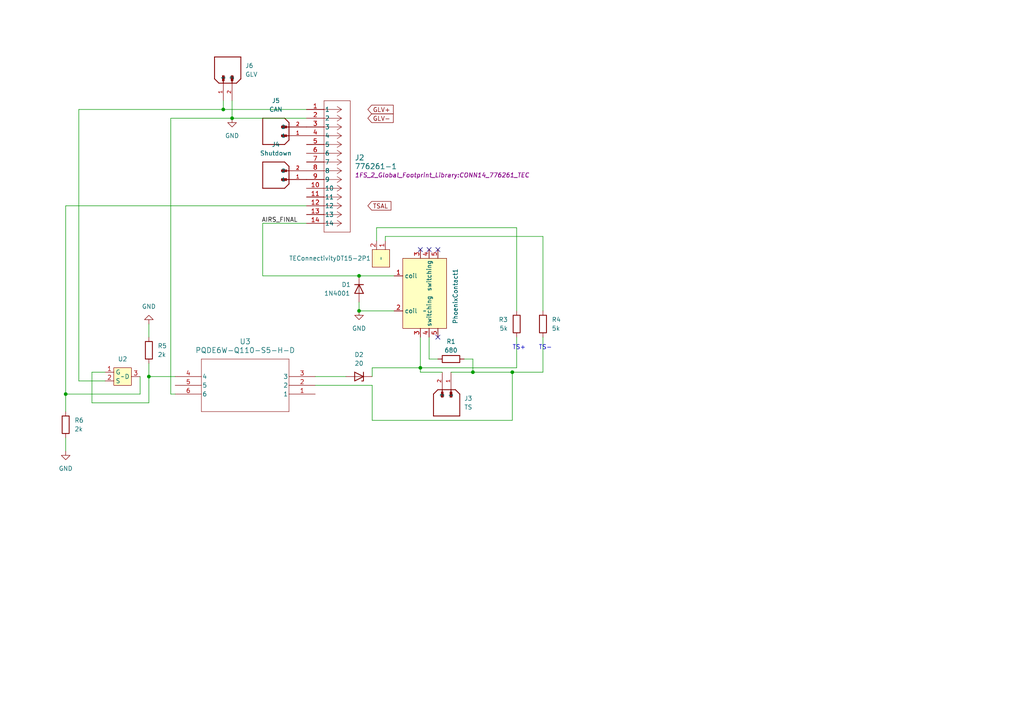
<source format=kicad_sch>
(kicad_sch (version 20230121) (generator eeschema)
  (paper "A4")
  (lib_symbols
    (symbol "1FS_2_Global_Symbol_Library:776261-1" (pin_names (offset 0.254))
      (property "Reference" "J" (at 8.89 6.35 0))
      (property "Value" "776261-1" (at 0 0 0))
      (property "Footprint" "1FS_2_Global_Footprint_Library:CONN14_776261_TEC" (at 0 0 0))
      (symbol "776261-1_1_1"
        (polyline (pts (xy 5.08 -35.56) (xy 12.7 -35.56)) (stroke (width 0.127)))
        (polyline (pts (xy 5.08 2.54) (xy 5.08 -35.56)) (stroke (width 0.127)))
        (polyline (pts (xy 10.16 -33.02) (xy 5.08 -33.02)) (stroke (width 0.127)))
        (polyline (pts (xy 10.16 -33.02) (xy 8.89 -33.8667)) (stroke (width 0.127)))
        (polyline (pts (xy 10.16 -33.02) (xy 8.89 -32.1733)) (stroke (width 0.127)))
        (polyline (pts (xy 10.16 -30.48) (xy 5.08 -30.48)) (stroke (width 0.127)))
        (polyline (pts (xy 10.16 -30.48) (xy 8.89 -31.3267)) (stroke (width 0.127)))
        (polyline (pts (xy 10.16 -30.48) (xy 8.89 -29.6333)) (stroke (width 0.127)))
        (polyline (pts (xy 10.16 -27.94) (xy 5.08 -27.94)) (stroke (width 0.127)))
        (polyline (pts (xy 10.16 -27.94) (xy 8.89 -28.7867)) (stroke (width 0.127)))
        (polyline (pts (xy 10.16 -27.94) (xy 8.89 -27.0933)) (stroke (width 0.127)))
        (polyline (pts (xy 10.16 -25.4) (xy 5.08 -25.4)) (stroke (width 0.127)))
        (polyline (pts (xy 10.16 -25.4) (xy 8.89 -26.2467)) (stroke (width 0.127)))
        (polyline (pts (xy 10.16 -25.4) (xy 8.89 -24.5533)) (stroke (width 0.127)))
        (polyline (pts (xy 10.16 -22.86) (xy 5.08 -22.86)) (stroke (width 0.127)))
        (polyline (pts (xy 10.16 -22.86) (xy 8.89 -23.7067)) (stroke (width 0.127)))
        (polyline (pts (xy 10.16 -22.86) (xy 8.89 -22.0133)) (stroke (width 0.127)))
        (polyline (pts (xy 10.16 -20.32) (xy 5.08 -20.32)) (stroke (width 0.127)))
        (polyline (pts (xy 10.16 -20.32) (xy 8.89 -21.1667)) (stroke (width 0.127)))
        (polyline (pts (xy 10.16 -20.32) (xy 8.89 -19.4733)) (stroke (width 0.127)))
        (polyline (pts (xy 10.16 -17.78) (xy 5.08 -17.78)) (stroke (width 0.127)))
        (polyline (pts (xy 10.16 -17.78) (xy 8.89 -18.6267)) (stroke (width 0.127)))
        (polyline (pts (xy 10.16 -17.78) (xy 8.89 -16.9333)) (stroke (width 0.127)))
        (polyline (pts (xy 10.16 -15.24) (xy 5.08 -15.24)) (stroke (width 0.127)))
        (polyline (pts (xy 10.16 -15.24) (xy 8.89 -16.0867)) (stroke (width 0.127)))
        (polyline (pts (xy 10.16 -15.24) (xy 8.89 -14.3933)) (stroke (width 0.127)))
        (polyline (pts (xy 10.16 -12.7) (xy 5.08 -12.7)) (stroke (width 0.127)))
        (polyline (pts (xy 10.16 -12.7) (xy 8.89 -13.5467)) (stroke (width 0.127)))
        (polyline (pts (xy 10.16 -12.7) (xy 8.89 -11.8533)) (stroke (width 0.127)))
        (polyline (pts (xy 10.16 -10.16) (xy 5.08 -10.16)) (stroke (width 0.127)))
        (polyline (pts (xy 10.16 -10.16) (xy 8.89 -11.0067)) (stroke (width 0.127)))
        (polyline (pts (xy 10.16 -10.16) (xy 8.89 -9.3133)) (stroke (width 0.127)))
        (polyline (pts (xy 10.16 -7.62) (xy 5.08 -7.62)) (stroke (width 0.127)))
        (polyline (pts (xy 10.16 -7.62) (xy 8.89 -8.4667)) (stroke (width 0.127)))
        (polyline (pts (xy 10.16 -7.62) (xy 8.89 -6.7733)) (stroke (width 0.127)))
        (polyline (pts (xy 10.16 -5.08) (xy 5.08 -5.08)) (stroke (width 0.127)))
        (polyline (pts (xy 10.16 -5.08) (xy 8.89 -5.9267)) (stroke (width 0.127)))
        (polyline (pts (xy 10.16 -5.08) (xy 8.89 -4.2333)) (stroke (width 0.127)))
        (polyline (pts (xy 10.16 -2.54) (xy 5.08 -2.54)) (stroke (width 0.127)))
        (polyline (pts (xy 10.16 -2.54) (xy 8.89 -3.3867)) (stroke (width 0.127)))
        (polyline (pts (xy 10.16 -2.54) (xy 8.89 -1.6933)) (stroke (width 0.127)))
        (polyline (pts (xy 10.16 0) (xy 5.08 0)) (stroke (width 0.127)))
        (polyline (pts (xy 10.16 0) (xy 8.89 -0.8467)) (stroke (width 0.127)))
        (polyline (pts (xy 10.16 0) (xy 8.89 0.8467)) (stroke (width 0.127)))
        (polyline (pts (xy 12.7 -35.56) (xy 12.7 2.54)) (stroke (width 0.127)))
        (polyline (pts (xy 12.7 2.54) (xy 5.08 2.54)) (stroke (width 0.127)))
        (pin unspecified line (at 0 0 0) (length 5.08) (name "1") (number "1"))
        (pin unspecified line (at 0 -22.86 0) (length 5.08) (name "10") (number "10"))
        (pin unspecified line (at 0 -25.4 0) (length 5.08) (name "11") (number "11"))
        (pin unspecified line (at 0 -27.94 0) (length 5.08) (name "12") (number "12"))
        (pin unspecified line (at 0 -30.48 0) (length 5.08) (name "13") (number "13"))
        (pin unspecified line (at 0 -33.02 0) (length 5.08) (name "14") (number "14"))
        (pin unspecified line (at 0 -2.54 0) (length 5.08) (name "2") (number "2"))
        (pin unspecified line (at 0 -5.08 0) (length 5.08) (name "3") (number "3"))
        (pin unspecified line (at 0 -7.62 0) (length 5.08) (name "4") (number "4"))
        (pin unspecified line (at 0 -10.16 0) (length 5.08) (name "5") (number "5"))
        (pin unspecified line (at 0 -12.7 0) (length 5.08) (name "6") (number "6"))
        (pin unspecified line (at 0 -15.24 0) (length 5.08) (name "7") (number "7"))
        (pin unspecified line (at 0 -17.78 0) (length 5.08) (name "8") (number "8"))
        (pin unspecified line (at 0 -20.32 0) (length 5.08) (name "9") (number "9"))
      )
      (symbol "776261-1_1_2"
        (polyline (pts (xy 5.08 -35.56) (xy 12.7 -35.56)) (stroke (width 0.127)))
        (polyline (pts (xy 5.08 2.54) (xy 5.08 -35.56)) (stroke (width 0.127)))
        (polyline (pts (xy 7.62 -33.02) (xy 5.08 -33.02)) (stroke (width 0.127)))
        (polyline (pts (xy 7.62 -33.02) (xy 8.89 -33.8667)) (stroke (width 0.127)))
        (polyline (pts (xy 7.62 -33.02) (xy 8.89 -32.1733)) (stroke (width 0.127)))
        (polyline (pts (xy 7.62 -30.48) (xy 5.08 -30.48)) (stroke (width 0.127)))
        (polyline (pts (xy 7.62 -30.48) (xy 8.89 -31.3267)) (stroke (width 0.127)))
        (polyline (pts (xy 7.62 -30.48) (xy 8.89 -29.6333)) (stroke (width 0.127)))
        (polyline (pts (xy 7.62 -27.94) (xy 5.08 -27.94)) (stroke (width 0.127)))
        (polyline (pts (xy 7.62 -27.94) (xy 8.89 -28.7867)) (stroke (width 0.127)))
        (polyline (pts (xy 7.62 -27.94) (xy 8.89 -27.0933)) (stroke (width 0.127)))
        (polyline (pts (xy 7.62 -25.4) (xy 5.08 -25.4)) (stroke (width 0.127)))
        (polyline (pts (xy 7.62 -25.4) (xy 8.89 -26.2467)) (stroke (width 0.127)))
        (polyline (pts (xy 7.62 -25.4) (xy 8.89 -24.5533)) (stroke (width 0.127)))
        (polyline (pts (xy 7.62 -22.86) (xy 5.08 -22.86)) (stroke (width 0.127)))
        (polyline (pts (xy 7.62 -22.86) (xy 8.89 -23.7067)) (stroke (width 0.127)))
        (polyline (pts (xy 7.62 -22.86) (xy 8.89 -22.0133)) (stroke (width 0.127)))
        (polyline (pts (xy 7.62 -20.32) (xy 5.08 -20.32)) (stroke (width 0.127)))
        (polyline (pts (xy 7.62 -20.32) (xy 8.89 -21.1667)) (stroke (width 0.127)))
        (polyline (pts (xy 7.62 -20.32) (xy 8.89 -19.4733)) (stroke (width 0.127)))
        (polyline (pts (xy 7.62 -17.78) (xy 5.08 -17.78)) (stroke (width 0.127)))
        (polyline (pts (xy 7.62 -17.78) (xy 8.89 -18.6267)) (stroke (width 0.127)))
        (polyline (pts (xy 7.62 -17.78) (xy 8.89 -16.9333)) (stroke (width 0.127)))
        (polyline (pts (xy 7.62 -15.24) (xy 5.08 -15.24)) (stroke (width 0.127)))
        (polyline (pts (xy 7.62 -15.24) (xy 8.89 -16.0867)) (stroke (width 0.127)))
        (polyline (pts (xy 7.62 -15.24) (xy 8.89 -14.3933)) (stroke (width 0.127)))
        (polyline (pts (xy 7.62 -12.7) (xy 5.08 -12.7)) (stroke (width 0.127)))
        (polyline (pts (xy 7.62 -12.7) (xy 8.89 -13.5467)) (stroke (width 0.127)))
        (polyline (pts (xy 7.62 -12.7) (xy 8.89 -11.8533)) (stroke (width 0.127)))
        (polyline (pts (xy 7.62 -10.16) (xy 5.08 -10.16)) (stroke (width 0.127)))
        (polyline (pts (xy 7.62 -10.16) (xy 8.89 -11.0067)) (stroke (width 0.127)))
        (polyline (pts (xy 7.62 -10.16) (xy 8.89 -9.3133)) (stroke (width 0.127)))
        (polyline (pts (xy 7.62 -7.62) (xy 5.08 -7.62)) (stroke (width 0.127)))
        (polyline (pts (xy 7.62 -7.62) (xy 8.89 -8.4667)) (stroke (width 0.127)))
        (polyline (pts (xy 7.62 -7.62) (xy 8.89 -6.7733)) (stroke (width 0.127)))
        (polyline (pts (xy 7.62 -5.08) (xy 5.08 -5.08)) (stroke (width 0.127)))
        (polyline (pts (xy 7.62 -5.08) (xy 8.89 -5.9267)) (stroke (width 0.127)))
        (polyline (pts (xy 7.62 -5.08) (xy 8.89 -4.2333)) (stroke (width 0.127)))
        (polyline (pts (xy 7.62 -2.54) (xy 5.08 -2.54)) (stroke (width 0.127)))
        (polyline (pts (xy 7.62 -2.54) (xy 8.89 -3.3867)) (stroke (width 0.127)))
        (polyline (pts (xy 7.62 -2.54) (xy 8.89 -1.6933)) (stroke (width 0.127)))
        (polyline (pts (xy 7.62 0) (xy 5.08 0)) (stroke (width 0.127)))
        (polyline (pts (xy 7.62 0) (xy 8.89 -0.8467)) (stroke (width 0.127)))
        (polyline (pts (xy 7.62 0) (xy 8.89 0.8467)) (stroke (width 0.127)))
        (polyline (pts (xy 12.7 -35.56) (xy 12.7 2.54)) (stroke (width 0.127)))
        (polyline (pts (xy 12.7 2.54) (xy 5.08 2.54)) (stroke (width 0.127)))
        (pin unspecified line (at 0 0 0) (length 5.08) (name "1") (number "1"))
        (pin unspecified line (at 0 -22.86 0) (length 5.08) (name "10") (number "10"))
        (pin unspecified line (at 0 -25.4 0) (length 5.08) (name "11") (number "11"))
        (pin unspecified line (at 0 -27.94 0) (length 5.08) (name "12") (number "12"))
        (pin unspecified line (at 0 -30.48 0) (length 5.08) (name "13") (number "13"))
        (pin unspecified line (at 0 -33.02 0) (length 5.08) (name "14") (number "14"))
        (pin unspecified line (at 0 -2.54 0) (length 5.08) (name "2") (number "2"))
        (pin unspecified line (at 0 -5.08 0) (length 5.08) (name "3") (number "3"))
        (pin unspecified line (at 0 -7.62 0) (length 5.08) (name "4") (number "4"))
        (pin unspecified line (at 0 -10.16 0) (length 5.08) (name "5") (number "5"))
        (pin unspecified line (at 0 -12.7 0) (length 5.08) (name "6") (number "6"))
        (pin unspecified line (at 0 -15.24 0) (length 5.08) (name "7") (number "7"))
        (pin unspecified line (at 0 -17.78 0) (length 5.08) (name "8") (number "8"))
        (pin unspecified line (at 0 -20.32 0) (length 5.08) (name "9") (number "9"))
      )
    )
    (symbol "1FS_2_Global_Symbol_Library:PQDE6W-Q110-S5-H-D" (pin_names (offset 0.254))
      (property "Reference" "U" (at 20.32 10.16 0))
      (property "Value" "PQDE6W-Q110-S5-H-D" (at 20.32 7.62 0))
      (symbol "PQDE6W-Q110-S5-H-D_0_1"
        (polyline (pts (xy 7.62 -10.16) (xy 33.02 -10.16)) (stroke (width 0.127)))
        (polyline (pts (xy 7.62 5.08) (xy 7.62 -10.16)) (stroke (width 0.127)))
        (polyline (pts (xy 33.02 -10.16) (xy 33.02 5.08)) (stroke (width 0.127)))
        (polyline (pts (xy 33.02 5.08) (xy 7.62 5.08)) (stroke (width 0.127)))
        (pin unspecified line (at 0 0 0) (length 7.62) (name "1") (number "1"))
        (pin unspecified line (at 0 -2.54 0) (length 7.62) (name "2") (number "2"))
        (pin unspecified line (at 0 -5.08 0) (length 7.62) (name "3") (number "3"))
        (pin unspecified line (at 40.64 -5.08 180) (length 7.62) (name "4") (number "4"))
        (pin unspecified line (at 40.64 -2.54 180) (length 7.62) (name "5") (number "5"))
        (pin unspecified line (at 40.64 0 180) (length 7.62) (name "6") (number "6"))
      )
    )
    (symbol "Device:D_Zener" (pin_numbers hide) (pin_names (offset 1.016) hide)
      (property "Reference" "D" (at 0 2.54 0))
      (property "Value" "D_Zener" (at 0 -2.54 0))
      (symbol "D_Zener_0_1"
        (polyline (pts (xy 1.27 0) (xy -1.27 0)))
        (polyline (pts (xy -1.27 -1.27) (xy -1.27 1.27) (xy -0.762 1.27)) (stroke (width 0.254)))
        (polyline (pts (xy 1.27 -1.27) (xy 1.27 1.27) (xy -1.27 0) (xy 1.27 -1.27)) (stroke (width 0.254)))
      )
      (symbol "D_Zener_1_1"
        (pin passive line (at -3.81 0 0) (length 2.54) (name "K") (number "1"))
        (pin passive line (at 3.81 0 180) (length 2.54) (name "A") (number "2"))
      )
    )
    (symbol "Device:R" (pin_numbers hide) (pin_names (offset 0))
      (property "Reference" "R" (at 2.032 0 90))
      (property "Value" "R" (at 0 0 90))
      (symbol "R_0_1"
        (rectangle (start -1.016 -2.54) (end 1.016 2.54) (stroke (width 0.254)))
      )
      (symbol "R_1_1"
        (pin passive line (at 0 3.81 270) (length 1.27) (name "~") (number "1"))
        (pin passive line (at 0 -3.81 90) (length 1.27) (name "~") (number "2"))
      )
    )
    (symbol "Diode:1N4001" (pin_numbers hide) (pin_names hide)
      (property "Reference" "D" (at 0 2.54 0))
      (property "Value" "1N4001" (at 0 -2.54 0))
      (symbol "1N4001_0_1"
        (polyline (pts (xy -1.27 1.27) (xy -1.27 -1.27)) (stroke (width 0.254)))
        (polyline (pts (xy 1.27 0) (xy -1.27 0)))
        (polyline (pts (xy 1.27 1.27) (xy 1.27 -1.27) (xy -1.27 0) (xy 1.27 1.27)) (stroke (width 0.254)))
      )
      (symbol "1N4001_1_1"
        (pin passive line (at -3.81 0 0) (length 2.54) (name "K") (number "1"))
        (pin passive line (at 3.81 0 180) (length 2.54) (name "A") (number "2"))
      )
    )
    (symbol "Discharge:2961309"
      (property "Reference" "PhoenixContact1" (at -8.89 -8.89 0))
      (property "Value" "~" (at -5.08 2.54 90))
      (symbol "2961309_1_1"
        (rectangle (start 10.16 8.89) (end -10.16 -3.81) (fill (type background)))
        (pin passive line (at 5.08 11.43 270) (length 2.54) (name "coil") (number "1"))
        (pin passive line (at -5.08 11.43 270) (length 2.54) (name "coil") (number "2"))
        (pin passive line (at -12.7 3.81 0) (length 2.54) (name "") (number "3"))
        (pin passive line (at 12.7 3.81 180) (length 2.54) (name "") (number "3"))
        (pin passive line (at -12.7 1.27 0) (length 2.54) (name "switching") (number "4"))
        (pin passive line (at 12.7 1.27 180) (length 2.54) (name "switching") (number "4"))
        (pin passive line (at -12.7 -1.27 0) (length 2.54) (name "") (number "5"))
        (pin passive line (at 12.7 -1.27 180) (length 2.54) (name "") (number "5"))
      )
    )
    (symbol "Discharge:TE_Connectivity_DT15-2P"
      (property "Reference" "TEConnectivityDT15-2P" (at 0 5.08 0))
      (symbol "TE_Connectivity_DT15-2P_1_1"
        (rectangle (start -2.54 2.54) (end 2.54 -2.54) (fill (type background)))
        (pin input line (at -5.08 1.27 0) (length 2.54) (name "") (number "1"))
        (pin input line (at -5.08 -1.27 0) (length 2.54) (name "") (number "2"))
      )
    )
    (symbol "New_Library:pmos"
      (property "Reference" "U2" (at 0 5.08 0))
      (property "Value" "~" (at 0 0 0))
      (symbol "pmos_1_1"
        (rectangle (start -2.54 2.54) (end 2.54 -2.54) (fill (type background)))
        (pin unspecified line (at -5.08 1.27 0) (length 2.54) (name "G") (number "1"))
        (pin unspecified line (at -5.08 -1.27 0) (length 2.54) (name "S") (number "2"))
        (pin unspecified line (at 5.08 0 180) (length 2.54) (name "D") (number "3"))
      )
    )
    (symbol "molex_1053091202:1053091202" (pin_names (offset 1.016))
      (property "Reference" "J" (at 0 3.81 0))
      (property "Value" "1053091202" (at 0 -7.62 0))
      (symbol "1053091202_0_0"
        (polyline (pts (xy 0 -3.81) (xy 1.27 -5.08)) (stroke (width 0.254)))
        (polyline (pts (xy 0 -2.54) (xy 1.905 -2.54)) (stroke (width 0.254)))
        (polyline (pts (xy 0 0) (xy 0 -3.81)) (stroke (width 0.254)))
        (polyline (pts (xy 0 0) (xy 1.905 0)) (stroke (width 0.254)))
        (polyline (pts (xy 0 1.27) (xy 0 0)) (stroke (width 0.254)))
        (polyline (pts (xy 0 1.27) (xy 1.27 2.54)) (stroke (width 0.254)))
        (polyline (pts (xy 1.27 -5.08) (xy 7.62 -5.08)) (stroke (width 0.254)))
        (polyline (pts (xy 7.62 -5.08) (xy 7.62 2.54)) (stroke (width 0.254)))
        (polyline (pts (xy 7.62 2.54) (xy 1.27 2.54)) (stroke (width 0.254)))
        (rectangle (start 0.635 -2.8575) (end 2.2225 -2.2225) (stroke (width 0.1)) (fill (type outline)))
        (rectangle (start 0.635 -0.3175) (end 2.2225 0.3175) (stroke (width 0.1)) (fill (type outline)))
        (pin passive line (at -5.08 0 0) (length 5.08) (name "1") (number "1"))
        (pin passive line (at -5.08 -2.54 0) (length 5.08) (name "2") (number "2"))
      )
    )
    (symbol "power:GND" (power) (pin_names (offset 0))
      (property "Value" "GND" (at 0 -3.81 0))
      (symbol "GND_0_1"
        (polyline (pts (xy 0 0) (xy 0 -1.27) (xy 1.27 -1.27) (xy 0 -2.54) (xy -1.27 -1.27) (xy 0 -1.27)))
      )
      (symbol "GND_1_1"
        (pin power_in line (at 0 0 270) (length 0) hide (name "GND") (number "1"))
      )
    )
  )
  (junction (at 137.16 107.95))
  (junction (at 64.77 31.75))
  (junction (at 104.14 90.17))
  (junction (at 67.31 34.29))
  (junction (at 104.14 80.01))
  (junction (at 43.18 109.22))
  (junction (at 148.59 107.95))
  (junction (at 19.05 114.3))
  (junction (at 121.92 106.68))
  (no_connect (at 121.92 72.39))
  (no_connect (at 127 72.39))
  (no_connect (at 127 97.79))
  (no_connect (at 124.46 72.39))
  (wire (pts (xy 19.05 114.3) (xy 19.05 119.38)))
  (wire (pts (xy 43.18 109.22) (xy 50.8 109.22)))
  (wire (pts (xy 148.59 107.95) (xy 157.48 107.95)))
  (wire (pts (xy 43.18 109.22) (xy 43.18 116.84)))
  (wire (pts (xy 107.95 111.76) (xy 107.95 121.92)))
  (wire (pts (xy 19.05 114.3) (xy 40.64 114.3)))
  (wire (pts (xy 107.95 111.76) (xy 91.44 111.76)))
  (wire (pts (xy 111.76 68.58) (xy 111.76 69.85)))
  (wire (pts (xy 64.77 31.75) (xy 88.9 31.75)))
  (wire (pts (xy 22.86 31.75) (xy 64.77 31.75)))
  (wire (pts (xy 49.53 34.29) (xy 67.31 34.29)))
  (wire (pts (xy 148.59 107.95) (xy 148.59 121.92)))
  (wire (pts (xy 67.31 29.21) (xy 67.31 34.29)))
  (wire (pts (xy 91.44 109.22) (xy 100.33 109.22)))
  (wire (pts (xy 76.2 64.77) (xy 76.2 80.01)))
  (wire (pts (xy 149.86 66.04) (xy 149.86 90.17)))
  (wire (pts (xy 121.92 107.95) (xy 128.27 107.95)))
  (wire (pts (xy 19.05 127) (xy 19.05 130.81)))
  (wire (pts (xy 111.76 68.58) (xy 157.48 68.58)))
  (wire (pts (xy 109.22 69.85) (xy 109.22 66.04)))
  (wire (pts (xy 26.67 107.95) (xy 30.48 107.95)))
  (wire (pts (xy 107.95 121.92) (xy 148.59 121.92)))
  (wire (pts (xy 127 104.14) (xy 124.46 104.14)))
  (wire (pts (xy 157.48 97.79) (xy 157.48 107.95)))
  (wire (pts (xy 104.14 90.17) (xy 114.3 90.17)))
  (wire (pts (xy 121.92 97.79) (xy 121.92 106.68)))
  (wire (pts (xy 121.92 106.68) (xy 121.92 107.95)))
  (wire (pts (xy 137.16 107.95) (xy 148.59 107.95)))
  (wire (pts (xy 124.46 104.14) (xy 124.46 97.79)))
  (wire (pts (xy 137.16 107.95) (xy 137.16 104.14)))
  (wire (pts (xy 19.05 114.3) (xy 19.05 59.69)))
  (wire (pts (xy 40.64 114.3) (xy 40.64 109.22)))
  (wire (pts (xy 104.14 80.01) (xy 114.3 80.01)))
  (wire (pts (xy 22.86 31.75) (xy 22.86 110.49)))
  (wire (pts (xy 137.16 104.14) (xy 134.62 104.14)))
  (wire (pts (xy 64.77 29.21) (xy 64.77 31.75)))
  (wire (pts (xy 43.18 105.41) (xy 43.18 109.22)))
  (wire (pts (xy 49.53 34.29) (xy 49.53 114.3)))
  (wire (pts (xy 121.92 106.68) (xy 149.86 106.68)))
  (wire (pts (xy 43.18 93.98) (xy 43.18 97.79)))
  (wire (pts (xy 104.14 90.17) (xy 104.14 87.63)))
  (wire (pts (xy 149.86 97.79) (xy 149.86 106.68)))
  (wire (pts (xy 107.95 106.68) (xy 121.92 106.68)))
  (wire (pts (xy 19.05 59.69) (xy 88.9 59.69)))
  (wire (pts (xy 107.95 106.68) (xy 107.95 109.22)))
  (wire (pts (xy 43.18 116.84) (xy 26.67 116.84)))
  (wire (pts (xy 76.2 80.01) (xy 104.14 80.01)))
  (wire (pts (xy 76.2 64.77) (xy 88.9 64.77)))
  (wire (pts (xy 130.81 107.95) (xy 137.16 107.95)))
  (wire (pts (xy 30.48 110.49) (xy 22.86 110.49)))
  (wire (pts (xy 109.22 66.04) (xy 149.86 66.04)))
  (wire (pts (xy 67.31 34.29) (xy 88.9 34.29)))
  (wire (pts (xy 26.67 116.84) (xy 26.67 107.95)))
  (wire (pts (xy 49.53 114.3) (xy 50.8 114.3)))
  (wire (pts (xy 157.48 68.58) (xy 157.48 90.17)))
  (text "TS-" (at 156.21 101.6 0) (effects (font (size 1.27 1.27)) (justify left bottom)))
  (text "TS+" (at 148.59 101.6 0) (effects (font (size 1.27 1.27)) (justify left bottom)))
  (label "AIRS_FINAL" (at 86.36 64.77 180))
  (global_label "GLV-" (shape input) (at 106.68 34.29 0) (property "Intersheetrefs" "${INTERSHEET_REFS}" (effects hide)))
  (global_label "TSAL" (shape input) (at 106.68 59.69 0) (property "Intersheetrefs" "${INTERSHEET_REFS}" (effects hide)))
  (global_label "GLV+" (shape input) (at 106.68 31.75 0) (property "Intersheetrefs" "${INTERSHEET_REFS}" (effects hide)))
  (symbol (lib_id "Device:R") (at 43.18 101.6 0) (unit 1)
    (property "Reference" "R5" (at 45.72 100.33 0) (effects (justify left)))
    (property "Value" "2k" (at 45.72 102.87 0) (effects (justify left)))
    (property "Footprint" "Resistor_SMD:R_0805_2012Metric_Pad1.20x1.40mm_HandSolder" (effects hide))
  )
  (symbol (lib_id "power:GND") (at 19.05 130.81 0) (unit 1)
    (property "Reference" "#PWR02" (effects hide))
    (property "Value" "GND" (at 19.05 135.89 0))
  )
  (symbol (lib_id "power:GND") (at 67.31 34.29 0) (unit 1)
    (property "Reference" "#PWR03" (effects hide))
    (property "Value" "GND" (at 67.31 39.37 0))
  )
  (symbol (lib_id "power:GND") (at 104.14 90.17 0) (unit 1)
    (property "Reference" "#PWR04" (effects hide))
    (property "Value" "GND" (at 104.14 95.25 0))
  )
  (symbol (lib_id "Discharge:2961309") (at 125.73 85.09 90) (unit 1)
    (property "Reference" "PhoenixContact1" (at 132.08 93.98 0) (effects (justify left)))
    (property "Value" "~" (at 123.19 90.17 90))
    (property "Footprint" "1FS_2_Global_Footprint_Library:PhoenixContact1" (effects hide))
  )
  (symbol (lib_id "New_Library:pmos") (at 35.56 109.22 0) (unit 1)
    (property "Reference" "U2" (at 35.56 104.14 0))
    (property "Value" "~" (at 35.56 109.22 0))
    (property "Footprint" "Library:G70P02K" (effects hide))
  )
  (symbol (lib_id "Device:D_Zener") (at 104.14 109.22 180) (unit 1)
    (property "Reference" "D2" (at 104.14 102.87 0))
    (property "Value" "20" (at 104.14 105.41 0))
    (property "Footprint" "Diode_THT:D_DO-41_SOD81_P10.16mm_Horizontal" (effects hide))
  )
  (symbol (lib_id "Device:R") (at 130.81 104.14 90) (unit 1)
    (property "Reference" "R1" (at 130.81 99.06 90))
    (property "Value" "680" (at 130.81 101.6 90))
    (property "Footprint" "Library:resistor" (effects hide))
  )
  (symbol (lib_id "Device:R") (at 157.48 93.98 0) (unit 1)
    (property "Reference" "R4" (at 160.02 92.71 0) (effects (justify left)))
    (property "Value" "5k" (at 160.02 95.25 0) (effects (justify left)))
    (property "Footprint" "Library:resistor_ts" (effects hide))
  )
  (symbol (lib_id "1FS_2_Global_Symbol_Library:PQDE6W-Q110-S5-H-D") (at 91.44 114.3 180) (unit 1)
    (property "Reference" "U3" (at 71.12 99.06 0) (effects (font (size 1.524 1.524))))
    (property "Value" "PQDE6W-Q110-S5-H-D" (at 71.12 101.6 0) (effects (font (size 1.524 1.524))))
    (property "Footprint" "1FS_2_Global_Footprint_Library:PQDE6W-Q110-S5-H-D_CUI" (effects hide))
    (property "Datasheet" "PQDE6W-Q110-S5-H-D" (effects hide))
  )
  (symbol (lib_id "molex_1053091202:1053091202") (at 83.82 52.07 180) (unit 1)
    (property "Reference" "J4" (at 80.01 41.91 0))
    (property "Value" "Shutdown" (at 80.01 44.45 0))
    (property "Footprint" "1FS_2_Global_Footprint_Library:MOLEX_1053091202" (effects hide))
    (property "PARTREV" "H" (effects hide))
    (property "STANDARD" "Manufacturer Recommendations" (effects hide))
    (property "MAXIMUM_PACKAGE_HEIGHT" "10.51 mm" (effects hide))
    (property "MANUFACTURER" "Molex" (effects hide))
  )
  (symbol (lib_id "molex_1053091202:1053091202") (at 130.81 113.03 270) (unit 1)
    (property "Reference" "J3" (at 134.62 115.57 90) (effects (justify left)))
    (property "Value" "TS" (at 134.62 118.11 90) (effects (justify left)))
    (property "Footprint" "1FS_2_Global_Footprint_Library:MOLEX_1053091202" (effects hide))
    (property "PARTREV" "H" (effects hide))
    (property "STANDARD" "Manufacturer Recommendations" (effects hide))
    (property "MAXIMUM_PACKAGE_HEIGHT" "10.51 mm" (effects hide))
    (property "MANUFACTURER" "Molex" (effects hide))
  )
  (symbol (lib_id "Device:R") (at 19.05 123.19 0) (unit 1)
    (property "Reference" "R6" (at 21.59 121.92 0) (effects (justify left)))
    (property "Value" "2k" (at 21.59 124.46 0) (effects (justify left)))
    (property "Footprint" "Resistor_SMD:R_0805_2012Metric_Pad1.20x1.40mm_HandSolder" (effects hide))
  )
  (symbol (lib_id "Device:R") (at 149.86 93.98 180) (unit 1)
    (property "Reference" "R3" (at 147.32 92.71 0) (effects (justify left)))
    (property "Value" "5k" (at 147.32 95.25 0) (effects (justify left)))
    (property "Footprint" "Library:resistor_ts" (effects hide))
  )
  (symbol (lib_id "power:GND") (at 43.18 93.98 180) (unit 1)
    (property "Reference" "#PWR01" (effects hide))
    (property "Value" "GND" (at 43.18 88.9 0))
  )
  (symbol (lib_id "Diode:1N4001") (at 104.14 83.82 270) (unit 1)
    (property "Reference" "D1" (at 99.06 82.55 90) (effects (justify left)))
    (property "Value" "1N4001" (at 93.98 85.09 90) (effects (justify left)))
    (property "Footprint" "Diode_THT:D_DO-41_SOD81_P10.16mm_Horizontal" (effects hide))
    (property "Datasheet" "http://www.vishay.com/docs/88503/1n4001.pdf" (effects hide))
    (property "Sim.Device" "D" (effects hide))
    (property "Sim.Pins" "1=K 2=A" (effects hide))
  )
  (symbol (lib_id "molex_1053091202:1053091202") (at 64.77 24.13 90) (unit 1)
    (property "Reference" "J6" (at 71.12 19.05 90) (effects (justify right)))
    (property "Value" "GLV" (at 71.12 21.59 90) (effects (justify right)))
    (property "Footprint" "1FS_2_Global_Footprint_Library:MOLEX_1053091202" (effects hide))
    (property "PARTREV" "H" (effects hide))
    (property "STANDARD" "Manufacturer Recommendations" (effects hide))
    (property "MAXIMUM_PACKAGE_HEIGHT" "10.51 mm" (effects hide))
    (property "MANUFACTURER" "Molex" (effects hide))
  )
  (symbol (lib_id "molex_1053091202:1053091202") (at 83.82 39.37 180) (unit 1)
    (property "Reference" "J5" (at 80.01 29.21 0))
    (property "Value" "CAN" (at 80.01 31.75 0))
    (property "Footprint" "1FS_2_Global_Footprint_Library:MOLEX_1053091202" (effects hide))
    (property "PARTREV" "H" (effects hide))
    (property "STANDARD" "Manufacturer Recommendations" (effects hide))
    (property "MAXIMUM_PACKAGE_HEIGHT" "10.51 mm" (effects hide))
    (property "MANUFACTURER" "Molex" (effects hide))
  )
  (symbol (lib_id "Discharge:TE_Connectivity_DT15-2P") (at 110.49 74.93 270) (unit 1)
    (property "Reference" "TEConnectivityDT15-2P1" (at 83.82 74.93 90) (effects (justify left)))
    (property "Value" "~" (at 110.49 74.93 0))
    (property "Footprint" "1FS_2_Global_Footprint_Library:TEConnectivityDT15-2P1" (effects hide))
  )
  (symbol (lib_id "1FS_2_Global_Symbol_Library:776261-1") (at 88.9 31.75 0) (unit 1)
    (property "Reference" "J2" (at 102.87 45.72 0) (effects (font (size 1.524 1.524)) (justify left)))
    (property "Value" "776261-1" (at 102.87 48.26 0) (effects (font (size 1.524 1.524)) (justify left)))
    (property "Footprint" "1FS_2_Global_Footprint_Library:CONN14_776261_TEC" (at 102.87 50.8 0) (effects (font italic) (justify left)))
    (property "Datasheet" "776261-1" (effects hide))
  )
)
</source>
